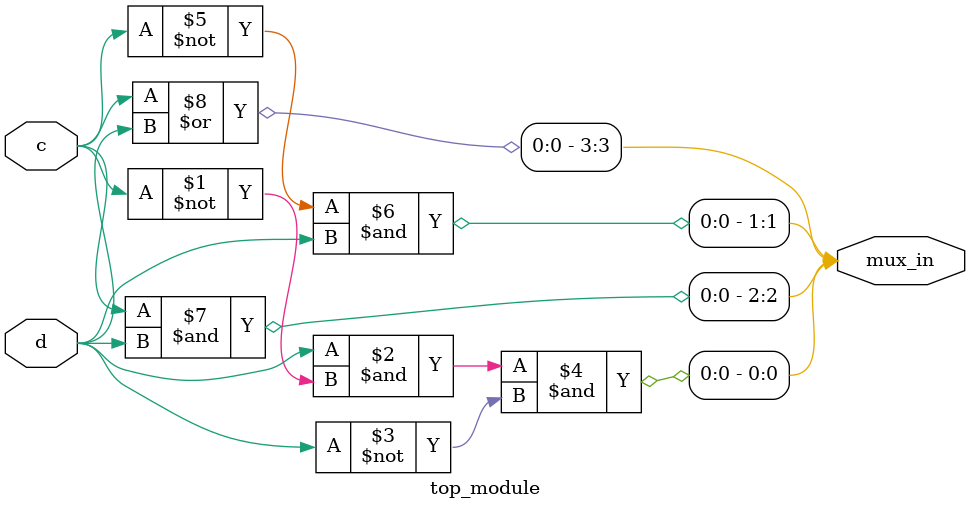
<source format=sv>
module top_module (
    input c,
    input d,
    output [3:0] mux_in
);

    assign mux_in[0] = d & ~c & ~d; // Always 0
    assign mux_in[1] = ~c & d;
    assign mux_in[2] = c & d;
    assign mux_in[3] = c | d;

endmodule

</source>
